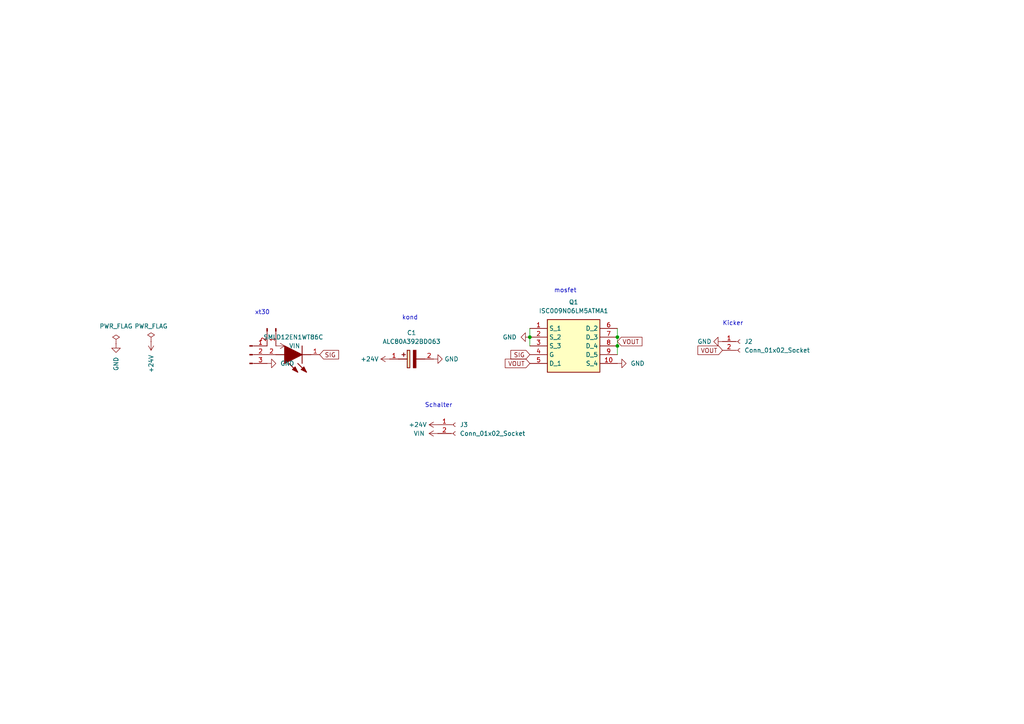
<source format=kicad_sch>
(kicad_sch
	(version 20231120)
	(generator "eeschema")
	(generator_version "8.0")
	(uuid "ca74f065-f6be-4527-82ff-735f418329d2")
	(paper "A4")
	(title_block
		(title "Kicker PCB")
		(date "2024-08-18")
		(rev "1.0")
		(company "i-bots")
		(comment 1 "Justus Trappmann")
	)
	(lib_symbols
		(symbol "Connector:Conn_01x02_Pin"
			(pin_names
				(offset 1.016) hide)
			(exclude_from_sim no)
			(in_bom yes)
			(on_board yes)
			(property "Reference" "J4"
				(at -0.6351 1.27 90)
				(effects
					(font
						(size 1.27 1.27)
					)
					(justify left)
					(hide yes)
				)
			)
			(property "Value" "Conn_01x02_Pin"
				(at 1.9049 1.27 90)
				(effects
					(font
						(size 1.27 1.27)
					)
					(justify left)
					(hide yes)
				)
			)
			(property "Footprint" "Justus:mp012928"
				(at 0 0 0)
				(effects
					(font
						(size 1.27 1.27)
					)
					(hide yes)
				)
			)
			(property "Datasheet" "~"
				(at 0 0 0)
				(effects
					(font
						(size 1.27 1.27)
					)
					(hide yes)
				)
			)
			(property "Description" "Generic connector, single row, 01x02, script generated"
				(at 0 0 0)
				(effects
					(font
						(size 1.27 1.27)
					)
					(hide yes)
				)
			)
			(property "ki_locked" ""
				(at 0 0 0)
				(effects
					(font
						(size 1.27 1.27)
					)
				)
			)
			(property "ki_keywords" "connector"
				(at 0 0 0)
				(effects
					(font
						(size 1.27 1.27)
					)
					(hide yes)
				)
			)
			(property "ki_fp_filters" "Connector*:*_1x??_*"
				(at 0 0 0)
				(effects
					(font
						(size 1.27 1.27)
					)
					(hide yes)
				)
			)
			(symbol "Conn_01x02_Pin_1_1"
				(polyline
					(pts
						(xy 1.27 -2.54) (xy 0.8636 -2.54)
					)
					(stroke
						(width 0.1524)
						(type default)
					)
					(fill
						(type none)
					)
				)
				(polyline
					(pts
						(xy 1.27 0) (xy 0.8636 0)
					)
					(stroke
						(width 0.1524)
						(type default)
					)
					(fill
						(type none)
					)
				)
				(rectangle
					(start 0.8636 -2.413)
					(end 0 -2.667)
					(stroke
						(width 0.1524)
						(type default)
					)
					(fill
						(type outline)
					)
				)
				(rectangle
					(start 0.8636 0.127)
					(end 0 -0.127)
					(stroke
						(width 0.1524)
						(type default)
					)
					(fill
						(type outline)
					)
				)
				(pin power_out line
					(at 5.08 0 180)
					(length 3.81)
					(name "Pin_1"
						(effects
							(font
								(size 1.27 1.27)
							)
						)
					)
					(number "1"
						(effects
							(font
								(size 1.27 1.27)
							)
						)
					)
				)
				(pin passive line
					(at 5.08 -2.54 180)
					(length 3.81)
					(name "Pin_2"
						(effects
							(font
								(size 1.27 1.27)
							)
						)
					)
					(number "2"
						(effects
							(font
								(size 1.27 1.27)
							)
						)
					)
				)
			)
		)
		(symbol "Connector:Conn_01x02_Socket"
			(pin_names
				(offset 1.016) hide)
			(exclude_from_sim no)
			(in_bom yes)
			(on_board yes)
			(property "Reference" "J"
				(at 0 2.54 0)
				(effects
					(font
						(size 1.27 1.27)
					)
				)
			)
			(property "Value" "Conn_01x02_Socket"
				(at 0 -5.08 0)
				(effects
					(font
						(size 1.27 1.27)
					)
				)
			)
			(property "Footprint" ""
				(at 0 0 0)
				(effects
					(font
						(size 1.27 1.27)
					)
					(hide yes)
				)
			)
			(property "Datasheet" "~"
				(at 0 0 0)
				(effects
					(font
						(size 1.27 1.27)
					)
					(hide yes)
				)
			)
			(property "Description" "Generic connector, single row, 01x02, script generated"
				(at 0 0 0)
				(effects
					(font
						(size 1.27 1.27)
					)
					(hide yes)
				)
			)
			(property "ki_locked" ""
				(at 0 0 0)
				(effects
					(font
						(size 1.27 1.27)
					)
				)
			)
			(property "ki_keywords" "connector"
				(at 0 0 0)
				(effects
					(font
						(size 1.27 1.27)
					)
					(hide yes)
				)
			)
			(property "ki_fp_filters" "Connector*:*_1x??_*"
				(at 0 0 0)
				(effects
					(font
						(size 1.27 1.27)
					)
					(hide yes)
				)
			)
			(symbol "Conn_01x02_Socket_1_1"
				(arc
					(start 0 -2.032)
					(mid -0.5058 -2.54)
					(end 0 -3.048)
					(stroke
						(width 0.1524)
						(type default)
					)
					(fill
						(type none)
					)
				)
				(polyline
					(pts
						(xy -1.27 -2.54) (xy -0.508 -2.54)
					)
					(stroke
						(width 0.1524)
						(type default)
					)
					(fill
						(type none)
					)
				)
				(polyline
					(pts
						(xy -1.27 0) (xy -0.508 0)
					)
					(stroke
						(width 0.1524)
						(type default)
					)
					(fill
						(type none)
					)
				)
				(arc
					(start 0 0.508)
					(mid -0.5058 0)
					(end 0 -0.508)
					(stroke
						(width 0.1524)
						(type default)
					)
					(fill
						(type none)
					)
				)
				(pin passive line
					(at -5.08 0 0)
					(length 3.81)
					(name "Pin_1"
						(effects
							(font
								(size 1.27 1.27)
							)
						)
					)
					(number "1"
						(effects
							(font
								(size 1.27 1.27)
							)
						)
					)
				)
				(pin passive line
					(at -5.08 -2.54 0)
					(length 3.81)
					(name "Pin_2"
						(effects
							(font
								(size 1.27 1.27)
							)
						)
					)
					(number "2"
						(effects
							(font
								(size 1.27 1.27)
							)
						)
					)
				)
			)
		)
		(symbol "Connector:Conn_01x03_Pin"
			(pin_names
				(offset 1.016) hide)
			(exclude_from_sim no)
			(in_bom yes)
			(on_board yes)
			(property "Reference" "J"
				(at 0 5.08 0)
				(effects
					(font
						(size 1.27 1.27)
					)
				)
			)
			(property "Value" "Conn_01x03_Pin"
				(at 0 -5.08 0)
				(effects
					(font
						(size 1.27 1.27)
					)
				)
			)
			(property "Footprint" ""
				(at 0 0 0)
				(effects
					(font
						(size 1.27 1.27)
					)
					(hide yes)
				)
			)
			(property "Datasheet" "~"
				(at 0 0 0)
				(effects
					(font
						(size 1.27 1.27)
					)
					(hide yes)
				)
			)
			(property "Description" "Generic connector, single row, 01x03, script generated"
				(at 0 0 0)
				(effects
					(font
						(size 1.27 1.27)
					)
					(hide yes)
				)
			)
			(property "ki_locked" ""
				(at 0 0 0)
				(effects
					(font
						(size 1.27 1.27)
					)
				)
			)
			(property "ki_keywords" "connector"
				(at 0 0 0)
				(effects
					(font
						(size 1.27 1.27)
					)
					(hide yes)
				)
			)
			(property "ki_fp_filters" "Connector*:*_1x??_*"
				(at 0 0 0)
				(effects
					(font
						(size 1.27 1.27)
					)
					(hide yes)
				)
			)
			(symbol "Conn_01x03_Pin_1_1"
				(polyline
					(pts
						(xy 1.27 -2.54) (xy 0.8636 -2.54)
					)
					(stroke
						(width 0.1524)
						(type default)
					)
					(fill
						(type none)
					)
				)
				(polyline
					(pts
						(xy 1.27 0) (xy 0.8636 0)
					)
					(stroke
						(width 0.1524)
						(type default)
					)
					(fill
						(type none)
					)
				)
				(polyline
					(pts
						(xy 1.27 2.54) (xy 0.8636 2.54)
					)
					(stroke
						(width 0.1524)
						(type default)
					)
					(fill
						(type none)
					)
				)
				(rectangle
					(start 0.8636 -2.413)
					(end 0 -2.667)
					(stroke
						(width 0.1524)
						(type default)
					)
					(fill
						(type outline)
					)
				)
				(rectangle
					(start 0.8636 0.127)
					(end 0 -0.127)
					(stroke
						(width 0.1524)
						(type default)
					)
					(fill
						(type outline)
					)
				)
				(rectangle
					(start 0.8636 2.667)
					(end 0 2.413)
					(stroke
						(width 0.1524)
						(type default)
					)
					(fill
						(type outline)
					)
				)
				(pin passive line
					(at 5.08 2.54 180)
					(length 3.81)
					(name "Pin_1"
						(effects
							(font
								(size 1.27 1.27)
							)
						)
					)
					(number "1"
						(effects
							(font
								(size 1.27 1.27)
							)
						)
					)
				)
				(pin passive line
					(at 5.08 0 180)
					(length 3.81)
					(name "Pin_2"
						(effects
							(font
								(size 1.27 1.27)
							)
						)
					)
					(number "2"
						(effects
							(font
								(size 1.27 1.27)
							)
						)
					)
				)
				(pin passive line
					(at 5.08 -2.54 180)
					(length 3.81)
					(name "Pin_3"
						(effects
							(font
								(size 1.27 1.27)
							)
						)
					)
					(number "3"
						(effects
							(font
								(size 1.27 1.27)
							)
						)
					)
				)
			)
		)
		(symbol "libloader:ALC80A392BD063"
			(pin_names hide)
			(exclude_from_sim no)
			(in_bom yes)
			(on_board yes)
			(property "Reference" "C"
				(at 8.89 6.35 0)
				(effects
					(font
						(size 1.27 1.27)
					)
					(justify left top)
				)
			)
			(property "Value" "ALC80A392BD063"
				(at 8.89 3.81 0)
				(effects
					(font
						(size 1.27 1.27)
					)
					(justify left top)
				)
			)
			(property "Footprint" "CAPPRD1000W210D2550H4200"
				(at 8.89 -96.19 0)
				(effects
					(font
						(size 1.27 1.27)
					)
					(justify left top)
					(hide yes)
				)
			)
			(property "Datasheet" "https://content.kemet.com/datasheets/KEM_A4082_ALC80.pdf"
				(at 8.89 -196.19 0)
				(effects
					(font
						(size 1.27 1.27)
					)
					(justify left top)
					(hide yes)
				)
			)
			(property "Description" "ALC80, Aluminum, Aluminum Electrolytic, 3,900 uF, 20%, 63 VDC, -40/+105C, 105C, -40C, 105C, 2, 6,000 Hrs, 71.9 mOhms, 3.9522, 737.1 uA, 35 g, 25mm, 40mm, 10mm, 6.3mm, 156  Weeks"
				(at 0 0 0)
				(effects
					(font
						(size 1.27 1.27)
					)
					(hide yes)
				)
			)
			(property "Height" "42"
				(at 8.89 -396.19 0)
				(effects
					(font
						(size 1.27 1.27)
					)
					(justify left top)
					(hide yes)
				)
			)
			(property "Manufacturer_Name" "KEMET"
				(at 8.89 -496.19 0)
				(effects
					(font
						(size 1.27 1.27)
					)
					(justify left top)
					(hide yes)
				)
			)
			(property "Manufacturer_Part_Number" "ALC80A392BD063"
				(at 8.89 -596.19 0)
				(effects
					(font
						(size 1.27 1.27)
					)
					(justify left top)
					(hide yes)
				)
			)
			(property "Mouser Part Number" "80-ALC80A392BD063"
				(at 8.89 -696.19 0)
				(effects
					(font
						(size 1.27 1.27)
					)
					(justify left top)
					(hide yes)
				)
			)
			(property "Mouser Price/Stock" "https://www.mouser.co.uk/ProductDetail/KEMET/ALC80A392BD063?qs=PqoDHHvF64%2FYoaYZX3I1YQ%3D%3D"
				(at 8.89 -796.19 0)
				(effects
					(font
						(size 1.27 1.27)
					)
					(justify left top)
					(hide yes)
				)
			)
			(property "Arrow Part Number" ""
				(at 8.89 -896.19 0)
				(effects
					(font
						(size 1.27 1.27)
					)
					(justify left top)
					(hide yes)
				)
			)
			(property "Arrow Price/Stock" ""
				(at 8.89 -996.19 0)
				(effects
					(font
						(size 1.27 1.27)
					)
					(justify left top)
					(hide yes)
				)
			)
			(symbol "ALC80A392BD063_1_1"
				(polyline
					(pts
						(xy 2.54 0) (xy 5.08 0)
					)
					(stroke
						(width 0.254)
						(type default)
					)
					(fill
						(type none)
					)
				)
				(polyline
					(pts
						(xy 4.064 1.778) (xy 4.064 0.762)
					)
					(stroke
						(width 0.254)
						(type default)
					)
					(fill
						(type none)
					)
				)
				(polyline
					(pts
						(xy 4.572 1.27) (xy 3.556 1.27)
					)
					(stroke
						(width 0.254)
						(type default)
					)
					(fill
						(type none)
					)
				)
				(polyline
					(pts
						(xy 7.62 0) (xy 10.16 0)
					)
					(stroke
						(width 0.254)
						(type default)
					)
					(fill
						(type none)
					)
				)
				(polyline
					(pts
						(xy 7.62 2.54) (xy 7.62 -2.54) (xy 6.858 -2.54) (xy 6.858 2.54) (xy 7.62 2.54)
					)
					(stroke
						(width 0.254)
						(type default)
					)
					(fill
						(type outline)
					)
				)
				(rectangle
					(start 5.08 2.54)
					(end 5.842 -2.54)
					(stroke
						(width 0.254)
						(type default)
					)
					(fill
						(type background)
					)
				)
				(pin passive line
					(at 0 0 0)
					(length 2.54)
					(name "+"
						(effects
							(font
								(size 1.27 1.27)
							)
						)
					)
					(number "1"
						(effects
							(font
								(size 1.27 1.27)
							)
						)
					)
				)
				(pin passive line
					(at 12.7 0 180)
					(length 2.54)
					(name "-"
						(effects
							(font
								(size 1.27 1.27)
							)
						)
					)
					(number "2"
						(effects
							(font
								(size 1.27 1.27)
							)
						)
					)
				)
			)
		)
		(symbol "libloader:ISC009N06LM5ATMA1"
			(exclude_from_sim no)
			(in_bom yes)
			(on_board yes)
			(property "Reference" "Q"
				(at 21.59 7.62 0)
				(effects
					(font
						(size 1.27 1.27)
					)
					(justify left top)
				)
			)
			(property "Value" "ISC009N06LM5ATMA1"
				(at 21.59 5.08 0)
				(effects
					(font
						(size 1.27 1.27)
					)
					(justify left top)
				)
			)
			(property "Footprint" "BSC021N08NS5ATMA1"
				(at 21.59 -94.92 0)
				(effects
					(font
						(size 1.27 1.27)
					)
					(justify left top)
					(hide yes)
				)
			)
			(property "Datasheet" "https://componentsearchengine.com/Datasheets/2/ISC009N06LM5ATMA1.pdf"
				(at 21.59 -194.92 0)
				(effects
					(font
						(size 1.27 1.27)
					)
					(justify left top)
					(hide yes)
				)
			)
			(property "Description" "MOSFET TRENCH 40<-<100V"
				(at 0 0 0)
				(effects
					(font
						(size 1.27 1.27)
					)
					(hide yes)
				)
			)
			(property "Height" "1.1"
				(at 21.59 -394.92 0)
				(effects
					(font
						(size 1.27 1.27)
					)
					(justify left top)
					(hide yes)
				)
			)
			(property "Manufacturer_Name" "Infineon"
				(at 21.59 -494.92 0)
				(effects
					(font
						(size 1.27 1.27)
					)
					(justify left top)
					(hide yes)
				)
			)
			(property "Manufacturer_Part_Number" "ISC009N06LM5ATMA1"
				(at 21.59 -594.92 0)
				(effects
					(font
						(size 1.27 1.27)
					)
					(justify left top)
					(hide yes)
				)
			)
			(property "Mouser Part Number" "726-ISC009N06LM5ATMA"
				(at 21.59 -694.92 0)
				(effects
					(font
						(size 1.27 1.27)
					)
					(justify left top)
					(hide yes)
				)
			)
			(property "Mouser Price/Stock" "https://www.mouser.co.uk/ProductDetail/Infineon-Technologies/ISC009N06LM5ATMA1?qs=iLbezkQI%252BshOGzzxjkYltw%3D%3D"
				(at 21.59 -794.92 0)
				(effects
					(font
						(size 1.27 1.27)
					)
					(justify left top)
					(hide yes)
				)
			)
			(property "Arrow Part Number" ""
				(at 21.59 -894.92 0)
				(effects
					(font
						(size 1.27 1.27)
					)
					(justify left top)
					(hide yes)
				)
			)
			(property "Arrow Price/Stock" ""
				(at 21.59 -994.92 0)
				(effects
					(font
						(size 1.27 1.27)
					)
					(justify left top)
					(hide yes)
				)
			)
			(symbol "ISC009N06LM5ATMA1_1_1"
				(rectangle
					(start 5.08 2.54)
					(end 20.32 -12.7)
					(stroke
						(width 0.254)
						(type default)
					)
					(fill
						(type background)
					)
				)
				(pin passive line
					(at 0 0 0)
					(length 5.08)
					(name "S_1"
						(effects
							(font
								(size 1.27 1.27)
							)
						)
					)
					(number "1"
						(effects
							(font
								(size 1.27 1.27)
							)
						)
					)
				)
				(pin passive line
					(at 25.4 -10.16 180)
					(length 5.08)
					(name "S_4"
						(effects
							(font
								(size 1.27 1.27)
							)
						)
					)
					(number "10"
						(effects
							(font
								(size 1.27 1.27)
							)
						)
					)
				)
				(pin passive line
					(at 0 -2.54 0)
					(length 5.08)
					(name "S_2"
						(effects
							(font
								(size 1.27 1.27)
							)
						)
					)
					(number "2"
						(effects
							(font
								(size 1.27 1.27)
							)
						)
					)
				)
				(pin passive line
					(at 0 -5.08 0)
					(length 5.08)
					(name "S_3"
						(effects
							(font
								(size 1.27 1.27)
							)
						)
					)
					(number "3"
						(effects
							(font
								(size 1.27 1.27)
							)
						)
					)
				)
				(pin passive line
					(at 0 -7.62 0)
					(length 5.08)
					(name "G"
						(effects
							(font
								(size 1.27 1.27)
							)
						)
					)
					(number "4"
						(effects
							(font
								(size 1.27 1.27)
							)
						)
					)
				)
				(pin passive line
					(at 0 -10.16 0)
					(length 5.08)
					(name "D_1"
						(effects
							(font
								(size 1.27 1.27)
							)
						)
					)
					(number "5"
						(effects
							(font
								(size 1.27 1.27)
							)
						)
					)
				)
				(pin passive line
					(at 25.4 0 180)
					(length 5.08)
					(name "D_2"
						(effects
							(font
								(size 1.27 1.27)
							)
						)
					)
					(number "6"
						(effects
							(font
								(size 1.27 1.27)
							)
						)
					)
				)
				(pin passive line
					(at 25.4 -2.54 180)
					(length 5.08)
					(name "D_3"
						(effects
							(font
								(size 1.27 1.27)
							)
						)
					)
					(number "7"
						(effects
							(font
								(size 1.27 1.27)
							)
						)
					)
				)
				(pin passive line
					(at 25.4 -5.08 180)
					(length 5.08)
					(name "D_4"
						(effects
							(font
								(size 1.27 1.27)
							)
						)
					)
					(number "8"
						(effects
							(font
								(size 1.27 1.27)
							)
						)
					)
				)
				(pin passive line
					(at 25.4 -7.62 180)
					(length 5.08)
					(name "D_5"
						(effects
							(font
								(size 1.27 1.27)
							)
						)
					)
					(number "9"
						(effects
							(font
								(size 1.27 1.27)
							)
						)
					)
				)
			)
		)
		(symbol "libloader:SMLD12EN1WT86C"
			(pin_names hide)
			(exclude_from_sim no)
			(in_bom yes)
			(on_board yes)
			(property "Reference" "LED"
				(at 12.7 8.89 0)
				(effects
					(font
						(size 1.27 1.27)
					)
					(justify left bottom)
				)
			)
			(property "Value" "SMLD12EN1WT86C"
				(at 12.7 6.35 0)
				(effects
					(font
						(size 1.27 1.27)
					)
					(justify left bottom)
				)
			)
			(property "Footprint" "SMLD12EN1WT86C"
				(at 12.7 -93.65 0)
				(effects
					(font
						(size 1.27 1.27)
					)
					(justify left bottom)
					(hide yes)
				)
			)
			(property "Datasheet" "https://fscdn.rohm.com/en/products/databook/datasheet/opto/led/chip_mono/smld12en1wt86(c)-e.pdf"
				(at 12.7 -193.65 0)
				(effects
					(font
						(size 1.27 1.27)
					)
					(justify left bottom)
					(hide yes)
				)
			)
			(property "Description" "Green 527nm LED Indication - Discrete 3V 0603 (1608 Metric) "
				(at 0 0 0)
				(effects
					(font
						(size 1.27 1.27)
					)
					(hide yes)
				)
			)
			(property "Height" "0.65"
				(at 12.7 -393.65 0)
				(effects
					(font
						(size 1.27 1.27)
					)
					(justify left bottom)
					(hide yes)
				)
			)
			(property "Manufacturer_Name" "ROHM Semiconductor"
				(at 12.7 -493.65 0)
				(effects
					(font
						(size 1.27 1.27)
					)
					(justify left bottom)
					(hide yes)
				)
			)
			(property "Manufacturer_Part_Number" "SMLD12EN1WT86C"
				(at 12.7 -593.65 0)
				(effects
					(font
						(size 1.27 1.27)
					)
					(justify left bottom)
					(hide yes)
				)
			)
			(property "Mouser Part Number" "755-SMLD12EN1WT86C"
				(at 12.7 -693.65 0)
				(effects
					(font
						(size 1.27 1.27)
					)
					(justify left bottom)
					(hide yes)
				)
			)
			(property "Mouser Price/Stock" "https://www.mouser.co.uk/ProductDetail/ROHM-Semiconductor/SMLD12EN1WT86C?qs=Z%252BL2brAPG1KJHKBIKSy7wg%3D%3D"
				(at 12.7 -793.65 0)
				(effects
					(font
						(size 1.27 1.27)
					)
					(justify left bottom)
					(hide yes)
				)
			)
			(property "Arrow Part Number" ""
				(at 12.7 -893.65 0)
				(effects
					(font
						(size 1.27 1.27)
					)
					(justify left bottom)
					(hide yes)
				)
			)
			(property "Arrow Price/Stock" ""
				(at 12.7 -993.65 0)
				(effects
					(font
						(size 1.27 1.27)
					)
					(justify left bottom)
					(hide yes)
				)
			)
			(symbol "SMLD12EN1WT86C_1_1"
				(polyline
					(pts
						(xy 2.54 0) (xy 5.08 0)
					)
					(stroke
						(width 0.254)
						(type default)
					)
					(fill
						(type none)
					)
				)
				(polyline
					(pts
						(xy 5.08 2.54) (xy 5.08 -2.54)
					)
					(stroke
						(width 0.254)
						(type default)
					)
					(fill
						(type none)
					)
				)
				(polyline
					(pts
						(xy 6.35 2.54) (xy 3.81 5.08)
					)
					(stroke
						(width 0.254)
						(type default)
					)
					(fill
						(type none)
					)
				)
				(polyline
					(pts
						(xy 8.89 2.54) (xy 6.35 5.08)
					)
					(stroke
						(width 0.254)
						(type default)
					)
					(fill
						(type none)
					)
				)
				(polyline
					(pts
						(xy 10.16 0) (xy 12.7 0)
					)
					(stroke
						(width 0.254)
						(type default)
					)
					(fill
						(type none)
					)
				)
				(polyline
					(pts
						(xy 5.08 0) (xy 10.16 2.54) (xy 10.16 -2.54) (xy 5.08 0)
					)
					(stroke
						(width 0.254)
						(type default)
					)
					(fill
						(type outline)
					)
				)
				(polyline
					(pts
						(xy 5.334 4.318) (xy 4.572 3.556) (xy 3.81 5.08) (xy 5.334 4.318)
					)
					(stroke
						(width 0.254)
						(type default)
					)
					(fill
						(type outline)
					)
				)
				(polyline
					(pts
						(xy 7.874 4.318) (xy 7.112 3.556) (xy 6.35 5.08) (xy 7.874 4.318)
					)
					(stroke
						(width 0.254)
						(type default)
					)
					(fill
						(type outline)
					)
				)
				(pin passive line
					(at 0 0 0)
					(length 2.54)
					(name "K"
						(effects
							(font
								(size 1.27 1.27)
							)
						)
					)
					(number "1"
						(effects
							(font
								(size 1.27 1.27)
							)
						)
					)
				)
				(pin passive line
					(at 15.24 0 180)
					(length 2.54)
					(name "A"
						(effects
							(font
								(size 1.27 1.27)
							)
						)
					)
					(number "2"
						(effects
							(font
								(size 1.27 1.27)
							)
						)
					)
				)
			)
		)
		(symbol "power:+24V"
			(power)
			(pin_names
				(offset 0)
			)
			(exclude_from_sim no)
			(in_bom yes)
			(on_board yes)
			(property "Reference" "#PWR"
				(at 0 -3.81 0)
				(effects
					(font
						(size 1.27 1.27)
					)
					(hide yes)
				)
			)
			(property "Value" "+24V"
				(at 0 3.556 0)
				(effects
					(font
						(size 1.27 1.27)
					)
				)
			)
			(property "Footprint" ""
				(at 0 0 0)
				(effects
					(font
						(size 1.27 1.27)
					)
					(hide yes)
				)
			)
			(property "Datasheet" ""
				(at 0 0 0)
				(effects
					(font
						(size 1.27 1.27)
					)
					(hide yes)
				)
			)
			(property "Description" "Power symbol creates a global label with name \"+24V\""
				(at 0 0 0)
				(effects
					(font
						(size 1.27 1.27)
					)
					(hide yes)
				)
			)
			(property "ki_keywords" "global power"
				(at 0 0 0)
				(effects
					(font
						(size 1.27 1.27)
					)
					(hide yes)
				)
			)
			(symbol "+24V_0_1"
				(polyline
					(pts
						(xy -0.762 1.27) (xy 0 2.54)
					)
					(stroke
						(width 0)
						(type default)
					)
					(fill
						(type none)
					)
				)
				(polyline
					(pts
						(xy 0 0) (xy 0 2.54)
					)
					(stroke
						(width 0)
						(type default)
					)
					(fill
						(type none)
					)
				)
				(polyline
					(pts
						(xy 0 2.54) (xy 0.762 1.27)
					)
					(stroke
						(width 0)
						(type default)
					)
					(fill
						(type none)
					)
				)
			)
			(symbol "+24V_1_1"
				(pin power_in line
					(at 0 0 90)
					(length 0) hide
					(name "+24V"
						(effects
							(font
								(size 1.27 1.27)
							)
						)
					)
					(number "1"
						(effects
							(font
								(size 1.27 1.27)
							)
						)
					)
				)
			)
		)
		(symbol "power:GND"
			(power)
			(pin_names
				(offset 0)
			)
			(exclude_from_sim no)
			(in_bom yes)
			(on_board yes)
			(property "Reference" "#PWR"
				(at 0 -6.35 0)
				(effects
					(font
						(size 1.27 1.27)
					)
					(hide yes)
				)
			)
			(property "Value" "GND"
				(at 0 -3.81 0)
				(effects
					(font
						(size 1.27 1.27)
					)
				)
			)
			(property "Footprint" ""
				(at 0 0 0)
				(effects
					(font
						(size 1.27 1.27)
					)
					(hide yes)
				)
			)
			(property "Datasheet" ""
				(at 0 0 0)
				(effects
					(font
						(size 1.27 1.27)
					)
					(hide yes)
				)
			)
			(property "Description" "Power symbol creates a global label with name \"GND\" , ground"
				(at 0 0 0)
				(effects
					(font
						(size 1.27 1.27)
					)
					(hide yes)
				)
			)
			(property "ki_keywords" "global power"
				(at 0 0 0)
				(effects
					(font
						(size 1.27 1.27)
					)
					(hide yes)
				)
			)
			(symbol "GND_0_1"
				(polyline
					(pts
						(xy 0 0) (xy 0 -1.27) (xy 1.27 -1.27) (xy 0 -2.54) (xy -1.27 -1.27) (xy 0 -1.27)
					)
					(stroke
						(width 0)
						(type default)
					)
					(fill
						(type none)
					)
				)
			)
			(symbol "GND_1_1"
				(pin power_in line
					(at 0 0 270)
					(length 0) hide
					(name "GND"
						(effects
							(font
								(size 1.27 1.27)
							)
						)
					)
					(number "1"
						(effects
							(font
								(size 1.27 1.27)
							)
						)
					)
				)
			)
		)
		(symbol "power:PWR_FLAG"
			(power)
			(pin_numbers hide)
			(pin_names
				(offset 0) hide)
			(exclude_from_sim no)
			(in_bom yes)
			(on_board yes)
			(property "Reference" "#FLG"
				(at 0 1.905 0)
				(effects
					(font
						(size 1.27 1.27)
					)
					(hide yes)
				)
			)
			(property "Value" "PWR_FLAG"
				(at 0 3.81 0)
				(effects
					(font
						(size 1.27 1.27)
					)
				)
			)
			(property "Footprint" ""
				(at 0 0 0)
				(effects
					(font
						(size 1.27 1.27)
					)
					(hide yes)
				)
			)
			(property "Datasheet" "~"
				(at 0 0 0)
				(effects
					(font
						(size 1.27 1.27)
					)
					(hide yes)
				)
			)
			(property "Description" "Special symbol for telling ERC where power comes from"
				(at 0 0 0)
				(effects
					(font
						(size 1.27 1.27)
					)
					(hide yes)
				)
			)
			(property "ki_keywords" "flag power"
				(at 0 0 0)
				(effects
					(font
						(size 1.27 1.27)
					)
					(hide yes)
				)
			)
			(symbol "PWR_FLAG_0_0"
				(pin power_out line
					(at 0 0 90)
					(length 0)
					(name "pwr"
						(effects
							(font
								(size 1.27 1.27)
							)
						)
					)
					(number "1"
						(effects
							(font
								(size 1.27 1.27)
							)
						)
					)
				)
			)
			(symbol "PWR_FLAG_0_1"
				(polyline
					(pts
						(xy 0 0) (xy 0 1.27) (xy -1.016 1.905) (xy 0 2.54) (xy 1.016 1.905) (xy 0 1.27)
					)
					(stroke
						(width 0)
						(type default)
					)
					(fill
						(type none)
					)
				)
			)
		)
	)
	(junction
		(at 179.07 97.79)
		(diameter 0)
		(color 0 0 0 0)
		(uuid "6571c4fb-3247-42cf-8675-10a28d92708d")
	)
	(junction
		(at 153.67 97.79)
		(diameter 0)
		(color 0 0 0 0)
		(uuid "c012dcbf-be9b-46fc-b506-553ec4d23fb0")
	)
	(junction
		(at 179.07 100.33)
		(diameter 0)
		(color 0 0 0 0)
		(uuid "c5234599-ea69-443f-9861-22ddecd14843")
	)
	(wire
		(pts
			(xy 153.67 97.79) (xy 153.67 100.33)
		)
		(stroke
			(width 0)
			(type default)
		)
		(uuid "3d39f248-25ca-49a6-bbc0-1bae546e0491")
	)
	(wire
		(pts
			(xy 179.07 97.79) (xy 179.07 100.33)
		)
		(stroke
			(width 0)
			(type default)
		)
		(uuid "5ccac723-410a-4adb-b36b-acf244a58403")
	)
	(wire
		(pts
			(xy 179.07 100.33) (xy 179.07 102.87)
		)
		(stroke
			(width 0)
			(type default)
		)
		(uuid "6a0c6eab-ca36-473c-b54d-dc3203e6604a")
	)
	(wire
		(pts
			(xy 153.67 95.25) (xy 153.67 97.79)
		)
		(stroke
			(width 0)
			(type default)
		)
		(uuid "b97bc248-ec4e-482f-9940-9d5ad78b5e56")
	)
	(wire
		(pts
			(xy 179.07 95.25) (xy 179.07 97.79)
		)
		(stroke
			(width 0)
			(type default)
		)
		(uuid "ed2dc5d4-fbf9-4439-ad2c-21322cbc6bc4")
	)
	(text "Kicker"
		(exclude_from_sim no)
		(at 209.55 94.615 0)
		(effects
			(font
				(size 1.27 1.27)
			)
			(justify left bottom)
		)
		(uuid "1d3d899b-3245-4e8f-8f7e-2782910f438a")
	)
	(text "xt30"
		(exclude_from_sim no)
		(at 73.914 91.44 0)
		(effects
			(font
				(size 1.27 1.27)
			)
			(justify left bottom)
		)
		(uuid "9e413f28-b122-4912-9226-5eb14bd1e7d0")
	)
	(text "kond\n"
		(exclude_from_sim no)
		(at 116.586 92.964 0)
		(effects
			(font
				(size 1.27 1.27)
			)
			(justify left bottom)
		)
		(uuid "d14257ec-e88b-4475-b198-3d3f419614c4")
	)
	(text "mosfet"
		(exclude_from_sim no)
		(at 160.655 85.09 0)
		(effects
			(font
				(size 1.27 1.27)
			)
			(justify left bottom)
		)
		(uuid "dc6c9f5a-28b8-4d3e-bcfe-9adb55e22a56")
	)
	(text "Schalter"
		(exclude_from_sim no)
		(at 123.19 118.364 0)
		(effects
			(font
				(size 1.27 1.27)
			)
			(justify left bottom)
		)
		(uuid "e43e7c32-0b6b-4a95-a153-f145d5a160b9")
	)
	(global_label "VOUT"
		(shape input)
		(at 179.07 99.06 0)
		(fields_autoplaced yes)
		(effects
			(font
				(size 1.27 1.27)
			)
			(justify left)
		)
		(uuid "0ec4e06f-5058-4a92-b492-e10c72e2c5d3")
		(property "Intersheetrefs" "${INTERSHEET_REFS}"
			(at 186.7724 99.06 0)
			(effects
				(font
					(size 1.27 1.27)
				)
				(justify left)
				(hide yes)
			)
		)
	)
	(global_label "VOUT"
		(shape input)
		(at 209.55 101.6 180)
		(fields_autoplaced yes)
		(effects
			(font
				(size 1.27 1.27)
			)
			(justify right)
		)
		(uuid "8f3a3f96-9639-4336-b0af-f37bd6e2b77c")
		(property "Intersheetrefs" "${INTERSHEET_REFS}"
			(at 201.8476 101.6 0)
			(effects
				(font
					(size 1.27 1.27)
				)
				(justify right)
				(hide yes)
			)
		)
	)
	(global_label "VOUT"
		(shape input)
		(at 153.67 105.41 180)
		(fields_autoplaced yes)
		(effects
			(font
				(size 1.27 1.27)
			)
			(justify right)
		)
		(uuid "bba83fb1-9683-423d-aed3-1a6287f6edbd")
		(property "Intersheetrefs" "${INTERSHEET_REFS}"
			(at 145.9676 105.41 0)
			(effects
				(font
					(size 1.27 1.27)
				)
				(justify right)
				(hide yes)
			)
		)
	)
	(global_label "SIG"
		(shape input)
		(at 153.67 102.87 180)
		(fields_autoplaced yes)
		(effects
			(font
				(size 1.27 1.27)
			)
			(justify right)
		)
		(uuid "c853f8f5-9e8a-4aa0-97d8-04a633cd7795")
		(property "Intersheetrefs" "${INTERSHEET_REFS}"
			(at 147.6005 102.87 0)
			(effects
				(font
					(size 1.27 1.27)
				)
				(justify right)
				(hide yes)
			)
		)
	)
	(global_label "SIG"
		(shape input)
		(at 92.71 102.87 0)
		(fields_autoplaced yes)
		(effects
			(font
				(size 1.27 1.27)
			)
			(justify left)
		)
		(uuid "d9e03bce-012b-4895-aafd-4b2b56d25252")
		(property "Intersheetrefs" "${INTERSHEET_REFS}"
			(at 98.7795 102.87 0)
			(effects
				(font
					(size 1.27 1.27)
				)
				(justify left)
				(hide yes)
			)
		)
	)
	(symbol
		(lib_id "power:+24V")
		(at 127 123.19 90)
		(unit 1)
		(exclude_from_sim no)
		(in_bom yes)
		(on_board yes)
		(dnp no)
		(fields_autoplaced yes)
		(uuid "0337ae49-c0a4-4948-ab35-6d272245c07c")
		(property "Reference" "#PWR011"
			(at 130.81 123.19 0)
			(effects
				(font
					(size 1.27 1.27)
				)
				(hide yes)
			)
		)
		(property "Value" "+24V"
			(at 123.825 123.19 90)
			(effects
				(font
					(size 1.27 1.27)
				)
				(justify left)
			)
		)
		(property "Footprint" ""
			(at 127 123.19 0)
			(effects
				(font
					(size 1.27 1.27)
				)
				(hide yes)
			)
		)
		(property "Datasheet" ""
			(at 127 123.19 0)
			(effects
				(font
					(size 1.27 1.27)
				)
				(hide yes)
			)
		)
		(property "Description" ""
			(at 127 123.19 0)
			(effects
				(font
					(size 1.27 1.27)
				)
				(hide yes)
			)
		)
		(pin "1"
			(uuid "f247178b-d432-4c58-9b06-3d33288b8458")
		)
		(instances
			(project "kicker"
				(path "/ca74f065-f6be-4527-82ff-735f418329d2"
					(reference "#PWR011")
					(unit 1)
				)
			)
		)
	)
	(symbol
		(lib_id "power:GND")
		(at 77.47 105.41 90)
		(unit 1)
		(exclude_from_sim no)
		(in_bom yes)
		(on_board yes)
		(dnp no)
		(fields_autoplaced yes)
		(uuid "0f619aba-b2a1-4741-b5dd-53797bdf82bf")
		(property "Reference" "#PWR02"
			(at 83.82 105.41 0)
			(effects
				(font
					(size 1.27 1.27)
				)
				(hide yes)
			)
		)
		(property "Value" "GND"
			(at 81.28 105.41 90)
			(effects
				(font
					(size 1.27 1.27)
				)
				(justify right)
			)
		)
		(property "Footprint" ""
			(at 77.47 105.41 0)
			(effects
				(font
					(size 1.27 1.27)
				)
				(hide yes)
			)
		)
		(property "Datasheet" ""
			(at 77.47 105.41 0)
			(effects
				(font
					(size 1.27 1.27)
				)
				(hide yes)
			)
		)
		(property "Description" ""
			(at 77.47 105.41 0)
			(effects
				(font
					(size 1.27 1.27)
				)
				(hide yes)
			)
		)
		(pin "1"
			(uuid "f86af945-80e0-4cea-b3cb-500a0d23e597")
		)
		(instances
			(project "kicker"
				(path "/ca74f065-f6be-4527-82ff-735f418329d2"
					(reference "#PWR02")
					(unit 1)
				)
			)
		)
	)
	(symbol
		(lib_id "power:PWR_FLAG")
		(at 43.815 99.06 0)
		(unit 1)
		(exclude_from_sim no)
		(in_bom yes)
		(on_board yes)
		(dnp no)
		(fields_autoplaced yes)
		(uuid "0f882465-5ada-4562-be24-041413854789")
		(property "Reference" "#FLG02"
			(at 43.815 97.155 0)
			(effects
				(font
					(size 1.27 1.27)
				)
				(hide yes)
			)
		)
		(property "Value" "PWR_FLAG"
			(at 43.815 94.615 0)
			(effects
				(font
					(size 1.27 1.27)
				)
			)
		)
		(property "Footprint" ""
			(at 43.815 99.06 0)
			(effects
				(font
					(size 1.27 1.27)
				)
				(hide yes)
			)
		)
		(property "Datasheet" "~"
			(at 43.815 99.06 0)
			(effects
				(font
					(size 1.27 1.27)
				)
				(hide yes)
			)
		)
		(property "Description" ""
			(at 43.815 99.06 0)
			(effects
				(font
					(size 1.27 1.27)
				)
				(hide yes)
			)
		)
		(pin "1"
			(uuid "c00edd45-0315-4240-82ee-6850a6ea3801")
		)
		(instances
			(project "kicker"
				(path "/ca74f065-f6be-4527-82ff-735f418329d2"
					(reference "#FLG02")
					(unit 1)
				)
			)
		)
	)
	(symbol
		(lib_id "power:+24V")
		(at 113.03 104.14 90)
		(unit 1)
		(exclude_from_sim no)
		(in_bom yes)
		(on_board yes)
		(dnp no)
		(fields_autoplaced yes)
		(uuid "31aaf756-0373-436d-951f-22ba395edf0b")
		(property "Reference" "#PWR08"
			(at 116.84 104.14 0)
			(effects
				(font
					(size 1.27 1.27)
				)
				(hide yes)
			)
		)
		(property "Value" "+24V"
			(at 109.855 104.14 90)
			(effects
				(font
					(size 1.27 1.27)
				)
				(justify left)
			)
		)
		(property "Footprint" ""
			(at 113.03 104.14 0)
			(effects
				(font
					(size 1.27 1.27)
				)
				(hide yes)
			)
		)
		(property "Datasheet" ""
			(at 113.03 104.14 0)
			(effects
				(font
					(size 1.27 1.27)
				)
				(hide yes)
			)
		)
		(property "Description" ""
			(at 113.03 104.14 0)
			(effects
				(font
					(size 1.27 1.27)
				)
				(hide yes)
			)
		)
		(pin "1"
			(uuid "0a3dd135-875e-4aa6-bc30-10f57fd2ab16")
		)
		(instances
			(project "kicker"
				(path "/ca74f065-f6be-4527-82ff-735f418329d2"
					(reference "#PWR08")
					(unit 1)
				)
			)
		)
	)
	(symbol
		(lib_id "power:PWR_FLAG")
		(at 33.655 99.695 0)
		(unit 1)
		(exclude_from_sim no)
		(in_bom yes)
		(on_board yes)
		(dnp no)
		(uuid "356e7c51-e153-4a0c-9681-de69fa958a21")
		(property "Reference" "#FLG01"
			(at 33.655 97.79 0)
			(effects
				(font
					(size 1.27 1.27)
				)
				(hide yes)
			)
		)
		(property "Value" "PWR_FLAG"
			(at 33.655 94.615 0)
			(effects
				(font
					(size 1.27 1.27)
				)
			)
		)
		(property "Footprint" ""
			(at 33.655 99.695 0)
			(effects
				(font
					(size 1.27 1.27)
				)
				(hide yes)
			)
		)
		(property "Datasheet" "~"
			(at 33.655 99.695 0)
			(effects
				(font
					(size 1.27 1.27)
				)
				(hide yes)
			)
		)
		(property "Description" ""
			(at 33.655 99.695 0)
			(effects
				(font
					(size 1.27 1.27)
				)
				(hide yes)
			)
		)
		(pin "1"
			(uuid "a1ae3073-ffc4-43aa-9a65-00e056251e89")
		)
		(instances
			(project "kicker"
				(path "/ca74f065-f6be-4527-82ff-735f418329d2"
					(reference "#FLG01")
					(unit 1)
				)
			)
		)
	)
	(symbol
		(lib_id "libloader:ISC009N06LM5ATMA1")
		(at 153.67 95.25 0)
		(unit 1)
		(exclude_from_sim no)
		(in_bom yes)
		(on_board yes)
		(dnp no)
		(fields_autoplaced yes)
		(uuid "55c3019b-355e-46b1-83f8-e2c524b81c5d")
		(property "Reference" "Q1"
			(at 166.37 87.63 0)
			(effects
				(font
					(size 1.27 1.27)
				)
			)
		)
		(property "Value" "ISC009N06LM5ATMA1"
			(at 166.37 90.17 0)
			(effects
				(font
					(size 1.27 1.27)
				)
			)
		)
		(property "Footprint" "libloader:BSC021N08NS5ATMA1"
			(at 175.26 190.17 0)
			(effects
				(font
					(size 1.27 1.27)
				)
				(justify left top)
				(hide yes)
			)
		)
		(property "Datasheet" "https://componentsearchengine.com/Datasheets/2/ISC009N06LM5ATMA1.pdf"
			(at 175.26 290.17 0)
			(effects
				(font
					(size 1.27 1.27)
				)
				(justify left top)
				(hide yes)
			)
		)
		(property "Description" ""
			(at 153.67 95.25 0)
			(effects
				(font
					(size 1.27 1.27)
				)
				(hide yes)
			)
		)
		(property "Height" "1.1"
			(at 175.26 490.17 0)
			(effects
				(font
					(size 1.27 1.27)
				)
				(justify left top)
				(hide yes)
			)
		)
		(property "Manufacturer_Name" "Infineon"
			(at 175.26 590.17 0)
			(effects
				(font
					(size 1.27 1.27)
				)
				(justify left top)
				(hide yes)
			)
		)
		(property "Manufacturer_Part_Number" "ISC009N06LM5ATMA1"
			(at 175.26 690.17 0)
			(effects
				(font
					(size 1.27 1.27)
				)
				(justify left top)
				(hide yes)
			)
		)
		(property "Mouser Part Number" "726-ISC009N06LM5ATMA"
			(at 175.26 790.17 0)
			(effects
				(font
					(size 1.27 1.27)
				)
				(justify left top)
				(hide yes)
			)
		)
		(property "Mouser Price/Stock" "https://www.mouser.co.uk/ProductDetail/Infineon-Technologies/ISC009N06LM5ATMA1?qs=iLbezkQI%252BshOGzzxjkYltw%3D%3D"
			(at 175.26 890.17 0)
			(effects
				(font
					(size 1.27 1.27)
				)
				(justify left top)
				(hide yes)
			)
		)
		(property "Arrow Part Number" ""
			(at 175.26 990.17 0)
			(effects
				(font
					(size 1.27 1.27)
				)
				(justify left top)
				(hide yes)
			)
		)
		(property "Arrow Price/Stock" ""
			(at 175.26 1090.17 0)
			(effects
				(font
					(size 1.27 1.27)
				)
				(justify left top)
				(hide yes)
			)
		)
		(pin "3"
			(uuid "34cf2d41-6302-484a-9f30-0b625745d53a")
		)
		(pin "6"
			(uuid "dde56477-c109-4a02-a7a6-c83e821d2bae")
		)
		(pin "8"
			(uuid "dc7add73-74f1-4595-ab17-45ebce58f561")
		)
		(pin "4"
			(uuid "66382968-f204-4b37-8a3d-030db341b4c3")
		)
		(pin "7"
			(uuid "c387f09f-c378-4d70-ab6c-50f321c4eae0")
		)
		(pin "1"
			(uuid "b7bc8a2d-1da8-446e-93d9-8122ce91f8a4")
		)
		(pin "10"
			(uuid "dd2ebc1b-f2d9-4cd9-aa7c-ee11f9bebc56")
		)
		(pin "5"
			(uuid "426db8c1-296f-408e-8c19-1662bdf41898")
		)
		(pin "9"
			(uuid "b4acbeff-024c-4100-98a0-70e35042092c")
		)
		(pin "2"
			(uuid "438d9319-62fe-4adc-b89b-a42b6371e02a")
		)
		(instances
			(project "kicker"
				(path "/ca74f065-f6be-4527-82ff-735f418329d2"
					(reference "Q1")
					(unit 1)
				)
			)
		)
	)
	(symbol
		(lib_id "power:GND")
		(at 153.67 97.79 270)
		(unit 1)
		(exclude_from_sim no)
		(in_bom yes)
		(on_board yes)
		(dnp no)
		(fields_autoplaced yes)
		(uuid "5d147a0a-b309-432b-9eeb-398adfa18cc8")
		(property "Reference" "#PWR07"
			(at 147.32 97.79 0)
			(effects
				(font
					(size 1.27 1.27)
				)
				(hide yes)
			)
		)
		(property "Value" "GND"
			(at 149.86 97.79 90)
			(effects
				(font
					(size 1.27 1.27)
				)
				(justify right)
			)
		)
		(property "Footprint" ""
			(at 153.67 97.79 0)
			(effects
				(font
					(size 1.27 1.27)
				)
				(hide yes)
			)
		)
		(property "Datasheet" ""
			(at 153.67 97.79 0)
			(effects
				(font
					(size 1.27 1.27)
				)
				(hide yes)
			)
		)
		(property "Description" ""
			(at 153.67 97.79 0)
			(effects
				(font
					(size 1.27 1.27)
				)
				(hide yes)
			)
		)
		(pin "1"
			(uuid "d5dc908a-7fb7-4ade-ab00-361b55ebf925")
		)
		(instances
			(project "kicker"
				(path "/ca74f065-f6be-4527-82ff-735f418329d2"
					(reference "#PWR07")
					(unit 1)
				)
			)
		)
	)
	(symbol
		(lib_id "power:GND")
		(at 179.07 105.41 90)
		(unit 1)
		(exclude_from_sim no)
		(in_bom yes)
		(on_board yes)
		(dnp no)
		(fields_autoplaced yes)
		(uuid "5e73380f-80b0-4299-af8d-5156de357be8")
		(property "Reference" "#PWR03"
			(at 185.42 105.41 0)
			(effects
				(font
					(size 1.27 1.27)
				)
				(hide yes)
			)
		)
		(property "Value" "GND"
			(at 182.88 105.41 90)
			(effects
				(font
					(size 1.27 1.27)
				)
				(justify right)
			)
		)
		(property "Footprint" ""
			(at 179.07 105.41 0)
			(effects
				(font
					(size 1.27 1.27)
				)
				(hide yes)
			)
		)
		(property "Datasheet" ""
			(at 179.07 105.41 0)
			(effects
				(font
					(size 1.27 1.27)
				)
				(hide yes)
			)
		)
		(property "Description" ""
			(at 179.07 105.41 0)
			(effects
				(font
					(size 1.27 1.27)
				)
				(hide yes)
			)
		)
		(pin "1"
			(uuid "24a02ad7-69af-4584-ad8d-aec44d28313f")
		)
		(instances
			(project "kicker"
				(path "/ca74f065-f6be-4527-82ff-735f418329d2"
					(reference "#PWR03")
					(unit 1)
				)
			)
		)
	)
	(symbol
		(lib_id "power:+24V")
		(at 80.01 100.33 270)
		(unit 1)
		(exclude_from_sim no)
		(in_bom yes)
		(on_board yes)
		(dnp no)
		(fields_autoplaced yes)
		(uuid "6724312d-f432-4f7d-90cb-788a5a6d02cf")
		(property "Reference" "#PWR01"
			(at 76.2 100.33 0)
			(effects
				(font
					(size 1.27 1.27)
				)
				(hide yes)
			)
		)
		(property "Value" "VIN"
			(at 83.82 100.33 90)
			(effects
				(font
					(size 1.27 1.27)
				)
				(justify left)
			)
		)
		(property "Footprint" ""
			(at 80.01 100.33 0)
			(effects
				(font
					(size 1.27 1.27)
				)
				(hide yes)
			)
		)
		(property "Datasheet" ""
			(at 80.01 100.33 0)
			(effects
				(font
					(size 1.27 1.27)
				)
				(hide yes)
			)
		)
		(property "Description" ""
			(at 80.01 100.33 0)
			(effects
				(font
					(size 1.27 1.27)
				)
				(hide yes)
			)
		)
		(pin "1"
			(uuid "09e3ab01-2544-4632-bcbe-c9f36aee73b1")
		)
		(instances
			(project "kicker"
				(path "/ca74f065-f6be-4527-82ff-735f418329d2"
					(reference "#PWR01")
					(unit 1)
				)
			)
		)
	)
	(symbol
		(lib_id "Connector:Conn_01x02_Socket")
		(at 132.08 123.19 0)
		(unit 1)
		(exclude_from_sim no)
		(in_bom yes)
		(on_board yes)
		(dnp no)
		(fields_autoplaced yes)
		(uuid "6bc28a09-a0ba-46de-b65c-99cb5b36671e")
		(property "Reference" "J3"
			(at 133.35 123.1899 0)
			(effects
				(font
					(size 1.27 1.27)
				)
				(justify left)
			)
		)
		(property "Value" "Conn_01x02_Socket"
			(at 133.35 125.7299 0)
			(effects
				(font
					(size 1.27 1.27)
				)
				(justify left)
			)
		)
		(property "Footprint" "Connector_AMASS:AMASS_XT30UPB-M_1x02_P5.0mm_Vertical"
			(at 132.08 123.19 0)
			(effects
				(font
					(size 1.27 1.27)
				)
				(hide yes)
			)
		)
		(property "Datasheet" "~"
			(at 132.08 123.19 0)
			(effects
				(font
					(size 1.27 1.27)
				)
				(hide yes)
			)
		)
		(property "Description" ""
			(at 132.08 123.19 0)
			(effects
				(font
					(size 1.27 1.27)
				)
				(hide yes)
			)
		)
		(pin "1"
			(uuid "96d4d311-373d-4e90-9fcb-e0a71904d681")
		)
		(pin "2"
			(uuid "9672e037-cb28-4ed2-aef9-907507dc2b14")
		)
		(instances
			(project "kicker"
				(path "/ca74f065-f6be-4527-82ff-735f418329d2"
					(reference "J3")
					(unit 1)
				)
			)
		)
	)
	(symbol
		(lib_id "power:GND")
		(at 33.655 99.695 0)
		(unit 1)
		(exclude_from_sim no)
		(in_bom yes)
		(on_board yes)
		(dnp no)
		(fields_autoplaced yes)
		(uuid "7999c832-56c1-48ff-b370-997a0771e078")
		(property "Reference" "#PWR06"
			(at 33.655 106.045 0)
			(effects
				(font
					(size 1.27 1.27)
				)
				(hide yes)
			)
		)
		(property "Value" "GND"
			(at 33.655 103.505 90)
			(effects
				(font
					(size 1.27 1.27)
				)
				(justify right)
			)
		)
		(property "Footprint" ""
			(at 33.655 99.695 0)
			(effects
				(font
					(size 1.27 1.27)
				)
				(hide yes)
			)
		)
		(property "Datasheet" ""
			(at 33.655 99.695 0)
			(effects
				(font
					(size 1.27 1.27)
				)
				(hide yes)
			)
		)
		(property "Description" ""
			(at 33.655 99.695 0)
			(effects
				(font
					(size 1.27 1.27)
				)
				(hide yes)
			)
		)
		(pin "1"
			(uuid "4723365f-015d-49b1-b9d8-911c9cf4c94c")
		)
		(instances
			(project "kicker"
				(path "/ca74f065-f6be-4527-82ff-735f418329d2"
					(reference "#PWR06")
					(unit 1)
				)
			)
		)
	)
	(symbol
		(lib_id "power:+24V")
		(at 43.815 99.06 180)
		(unit 1)
		(exclude_from_sim no)
		(in_bom yes)
		(on_board yes)
		(dnp no)
		(fields_autoplaced yes)
		(uuid "96a6d714-a628-41b4-9d20-0143fa179746")
		(property "Reference" "#PWR05"
			(at 43.815 95.25 0)
			(effects
				(font
					(size 1.27 1.27)
				)
				(hide yes)
			)
		)
		(property "Value" "+24V"
			(at 43.815 102.87 90)
			(effects
				(font
					(size 1.27 1.27)
				)
				(justify left)
			)
		)
		(property "Footprint" ""
			(at 43.815 99.06 0)
			(effects
				(font
					(size 1.27 1.27)
				)
				(hide yes)
			)
		)
		(property "Datasheet" ""
			(at 43.815 99.06 0)
			(effects
				(font
					(size 1.27 1.27)
				)
				(hide yes)
			)
		)
		(property "Description" ""
			(at 43.815 99.06 0)
			(effects
				(font
					(size 1.27 1.27)
				)
				(hide yes)
			)
		)
		(pin "1"
			(uuid "a7a2fb53-aab1-4762-bc8a-236e78f60002")
		)
		(instances
			(project "kicker"
				(path "/ca74f065-f6be-4527-82ff-735f418329d2"
					(reference "#PWR05")
					(unit 1)
				)
			)
		)
	)
	(symbol
		(lib_id "Connector:Conn_01x02_Pin")
		(at 80.01 95.25 270)
		(unit 1)
		(exclude_from_sim no)
		(in_bom yes)
		(on_board yes)
		(dnp no)
		(fields_autoplaced yes)
		(uuid "99761089-7092-46d6-85a5-2351bcfd709f")
		(property "Reference" "J4"
			(at 81.28 94.6149 90)
			(effects
				(font
					(size 1.27 1.27)
				)
				(justify left)
				(hide yes)
			)
		)
		(property "Value" "Conn_01x02_Pin"
			(at 81.28 97.1549 90)
			(effects
				(font
					(size 1.27 1.27)
				)
				(justify left)
				(hide yes)
			)
		)
		(property "Footprint" "Justus:mp012928"
			(at 80.01 95.25 0)
			(effects
				(font
					(size 1.27 1.27)
				)
				(hide yes)
			)
		)
		(property "Datasheet" "~"
			(at 80.01 95.25 0)
			(effects
				(font
					(size 1.27 1.27)
				)
				(hide yes)
			)
		)
		(property "Description" "Generic connector, single row, 01x02, script generated"
			(at 80.01 95.25 0)
			(effects
				(font
					(size 1.27 1.27)
				)
				(hide yes)
			)
		)
		(pin "2"
			(uuid "1c0a2982-a419-4858-8f18-d4472bc08805")
		)
		(pin "1"
			(uuid "ee152303-80f7-4387-92b2-0398b69927fc")
		)
		(instances
			(project ""
				(path "/ca74f065-f6be-4527-82ff-735f418329d2"
					(reference "J4")
					(unit 1)
				)
			)
		)
	)
	(symbol
		(lib_id "power:GND")
		(at 209.55 99.06 270)
		(unit 1)
		(exclude_from_sim no)
		(in_bom yes)
		(on_board yes)
		(dnp no)
		(uuid "a404ba3d-15ae-4221-b109-cb0d35c89ab0")
		(property "Reference" "#PWR04"
			(at 203.2 99.06 0)
			(effects
				(font
					(size 1.27 1.27)
				)
				(hide yes)
			)
		)
		(property "Value" "GND"
			(at 206.375 99.06 90)
			(effects
				(font
					(size 1.27 1.27)
				)
				(justify right)
			)
		)
		(property "Footprint" ""
			(at 209.55 99.06 0)
			(effects
				(font
					(size 1.27 1.27)
				)
				(hide yes)
			)
		)
		(property "Datasheet" ""
			(at 209.55 99.06 0)
			(effects
				(font
					(size 1.27 1.27)
				)
				(hide yes)
			)
		)
		(property "Description" ""
			(at 209.55 99.06 0)
			(effects
				(font
					(size 1.27 1.27)
				)
				(hide yes)
			)
		)
		(pin "1"
			(uuid "0e090e9a-c122-4f65-a22f-01417f661d87")
		)
		(instances
			(project "kicker"
				(path "/ca74f065-f6be-4527-82ff-735f418329d2"
					(reference "#PWR04")
					(unit 1)
				)
			)
		)
	)
	(symbol
		(lib_id "Connector:Conn_01x03_Pin")
		(at 72.39 102.87 0)
		(unit 1)
		(exclude_from_sim no)
		(in_bom yes)
		(on_board yes)
		(dnp no)
		(fields_autoplaced yes)
		(uuid "af8a4bbb-28c5-4e62-b440-e4df54f4275a")
		(property "Reference" "J1"
			(at 73.025 97.79 0)
			(effects
				(font
					(size 1.27 1.27)
				)
				(hide yes)
			)
		)
		(property "Value" "Conn_01x03_Pin"
			(at 73.025 97.79 0)
			(effects
				(font
					(size 1.27 1.27)
				)
				(hide yes)
			)
		)
		(property "Footprint" "Connector_AMASS:AMASS_MR30PW-M_1x03_P3.50mm_Horizontal"
			(at 72.39 102.87 0)
			(effects
				(font
					(size 1.27 1.27)
				)
				(hide yes)
			)
		)
		(property "Datasheet" "~"
			(at 72.39 102.87 0)
			(effects
				(font
					(size 1.27 1.27)
				)
				(hide yes)
			)
		)
		(property "Description" ""
			(at 72.39 102.87 0)
			(effects
				(font
					(size 1.27 1.27)
				)
				(hide yes)
			)
		)
		(pin "1"
			(uuid "bcf73e84-a93b-4cab-9f2f-c9c19d72d502")
		)
		(pin "3"
			(uuid "d2bdbaef-af0f-40ba-b38e-cbc4ea06e88a")
		)
		(pin "2"
			(uuid "98fdee20-87b4-45c5-acdb-35d1b42338e8")
		)
		(instances
			(project "kicker"
				(path "/ca74f065-f6be-4527-82ff-735f418329d2"
					(reference "J1")
					(unit 1)
				)
			)
		)
	)
	(symbol
		(lib_id "libloader:SMLD12EN1WT86C")
		(at 92.71 102.87 180)
		(unit 1)
		(exclude_from_sim no)
		(in_bom yes)
		(on_board yes)
		(dnp no)
		(fields_autoplaced yes)
		(uuid "bc5f6198-4e75-4849-bb69-3b7c0c527c2c")
		(property "Reference" "LED1"
			(at 85.09 95.25 0)
			(effects
				(font
					(size 1.27 1.27)
				)
				(hide yes)
			)
		)
		(property "Value" "SMLD12EN1WT86C"
			(at 85.09 97.79 0)
			(effects
				(font
					(size 1.27 1.27)
				)
			)
		)
		(property "Footprint" "libloader:SMLD12EN1WT86C"
			(at 80.01 9.22 0)
			(effects
				(font
					(size 1.27 1.27)
				)
				(justify left bottom)
				(hide yes)
			)
		)
		(property "Datasheet" "https://fscdn.rohm.com/en/products/databook/datasheet/opto/led/chip_mono/smld12en1wt86(c)-e.pdf"
			(at 80.01 -90.78 0)
			(effects
				(font
					(size 1.27 1.27)
				)
				(justify left bottom)
				(hide yes)
			)
		)
		(property "Description" "Green 527nm LED Indication - Discrete 3V 0603 (1608 Metric)"
			(at 92.71 102.87 0)
			(effects
				(font
					(size 1.27 1.27)
				)
				(hide yes)
			)
		)
		(property "Height" "0.65"
			(at 80.01 -290.78 0)
			(effects
				(font
					(size 1.27 1.27)
				)
				(justify left bottom)
				(hide yes)
			)
		)
		(property "Manufacturer_Name" "ROHM Semiconductor"
			(at 80.01 -390.78 0)
			(effects
				(font
					(size 1.27 1.27)
				)
				(justify left bottom)
				(hide yes)
			)
		)
		(property "Manufacturer_Part_Number" "SMLD12EN1WT86C"
			(at 80.01 -490.78 0)
			(effects
				(font
					(size 1.27 1.27)
				)
				(justify left bottom)
				(hide yes)
			)
		)
		(property "Mouser Part Number" "755-SMLD12EN1WT86C"
			(at 80.01 -590.78 0)
			(effects
				(font
					(size 1.27 1.27)
				)
				(justify left bottom)
				(hide yes)
			)
		)
		(property "Mouser Price/Stock" "https://www.mouser.co.uk/ProductDetail/ROHM-Semiconductor/SMLD12EN1WT86C?qs=Z%252BL2brAPG1KJHKBIKSy7wg%3D%3D"
			(at 80.01 -690.78 0)
			(effects
				(font
					(size 1.27 1.27)
				)
				(justify left bottom)
				(hide yes)
			)
		)
		(property "Arrow Part Number" ""
			(at 80.01 -790.78 0)
			(effects
				(font
					(size 1.27 1.27)
				)
				(justify left bottom)
				(hide yes)
			)
		)
		(property "Arrow Price/Stock" ""
			(at 80.01 -890.78 0)
			(effects
				(font
					(size 1.27 1.27)
				)
				(justify left bottom)
				(hide yes)
			)
		)
		(pin "1"
			(uuid "ac2c2534-f6c6-46af-8b94-54d170876527")
		)
		(pin "2"
			(uuid "3857f520-293f-4e0d-9e1b-247144904234")
		)
		(instances
			(project "kicker"
				(path "/ca74f065-f6be-4527-82ff-735f418329d2"
					(reference "LED1")
					(unit 1)
				)
			)
		)
	)
	(symbol
		(lib_id "libloader:ALC80A392BD063")
		(at 113.03 104.14 0)
		(unit 1)
		(exclude_from_sim no)
		(in_bom yes)
		(on_board yes)
		(dnp no)
		(fields_autoplaced yes)
		(uuid "caa80a21-7fe7-4af3-bde4-a49bc263f58e")
		(property "Reference" "C1"
			(at 119.38 96.52 0)
			(effects
				(font
					(size 1.27 1.27)
				)
			)
		)
		(property "Value" "ALC80A392BD063"
			(at 119.38 99.06 0)
			(effects
				(font
					(size 1.27 1.27)
				)
			)
		)
		(property "Footprint" "libloader:CAPPRD1000W210D2550H4200"
			(at 121.92 200.33 0)
			(effects
				(font
					(size 1.27 1.27)
				)
				(justify left top)
				(hide yes)
			)
		)
		(property "Datasheet" "https://content.kemet.com/datasheets/KEM_A4082_ALC80.pdf"
			(at 121.92 300.33 0)
			(effects
				(font
					(size 1.27 1.27)
				)
				(justify left top)
				(hide yes)
			)
		)
		(property "Description" ""
			(at 113.03 104.14 0)
			(effects
				(font
					(size 1.27 1.27)
				)
				(hide yes)
			)
		)
		(property "Height" "42"
			(at 121.92 500.33 0)
			(effects
				(font
					(size 1.27 1.27)
				)
				(justify left top)
				(hide yes)
			)
		)
		(property "Manufacturer_Name" "KEMET"
			(at 121.92 600.33 0)
			(effects
				(font
					(size 1.27 1.27)
				)
				(justify left top)
				(hide yes)
			)
		)
		(property "Manufacturer_Part_Number" "ALC80A392BD063"
			(at 121.92 700.33 0)
			(effects
				(font
					(size 1.27 1.27)
				)
				(justify left top)
				(hide yes)
			)
		)
		(property "Mouser Part Number" "80-ALC80A392BD063"
			(at 121.92 800.33 0)
			(effects
				(font
					(size 1.27 1.27)
				)
				(justify left top)
				(hide yes)
			)
		)
		(property "Mouser Price/Stock" "https://www.mouser.co.uk/ProductDetail/KEMET/ALC80A392BD063?qs=PqoDHHvF64%2FYoaYZX3I1YQ%3D%3D"
			(at 121.92 900.33 0)
			(effects
				(font
					(size 1.27 1.27)
				)
				(justify left top)
				(hide yes)
			)
		)
		(property "Arrow Part Number" ""
			(at 121.92 1000.33 0)
			(effects
				(font
					(size 1.27 1.27)
				)
				(justify left top)
				(hide yes)
			)
		)
		(property "Arrow Price/Stock" ""
			(at 121.92 1100.33 0)
			(effects
				(font
					(size 1.27 1.27)
				)
				(justify left top)
				(hide yes)
			)
		)
		(pin "2"
			(uuid "66aba672-1587-4521-9ad3-63bb54f25735")
		)
		(pin "1"
			(uuid "5cf38111-4cd0-40ae-869b-3d5a32d920e6")
		)
		(instances
			(project "kicker"
				(path "/ca74f065-f6be-4527-82ff-735f418329d2"
					(reference "C1")
					(unit 1)
				)
			)
		)
	)
	(symbol
		(lib_id "Connector:Conn_01x02_Socket")
		(at 214.63 99.06 0)
		(unit 1)
		(exclude_from_sim no)
		(in_bom yes)
		(on_board yes)
		(dnp no)
		(fields_autoplaced yes)
		(uuid "d2870993-5d73-45c2-918d-99b6d67fd05c")
		(property "Reference" "J2"
			(at 215.9 99.06 0)
			(effects
				(font
					(size 1.27 1.27)
				)
				(justify left)
			)
		)
		(property "Value" "Conn_01x02_Socket"
			(at 215.9 101.6 0)
			(effects
				(font
					(size 1.27 1.27)
				)
				(justify left)
			)
		)
		(property "Footprint" "Connector_AMASS:AMASS_XT30UPB-M_1x02_P5.0mm_Vertical"
			(at 214.63 99.06 0)
			(effects
				(font
					(size 1.27 1.27)
				)
				(hide yes)
			)
		)
		(property "Datasheet" "~"
			(at 214.63 99.06 0)
			(effects
				(font
					(size 1.27 1.27)
				)
				(hide yes)
			)
		)
		(property "Description" ""
			(at 214.63 99.06 0)
			(effects
				(font
					(size 1.27 1.27)
				)
				(hide yes)
			)
		)
		(pin "1"
			(uuid "d609e49f-1f50-4828-8b2c-37be0bd37dbb")
		)
		(pin "2"
			(uuid "ff6ef203-e820-43f7-9cd2-41b800adc6bc")
		)
		(instances
			(project "kicker"
				(path "/ca74f065-f6be-4527-82ff-735f418329d2"
					(reference "J2")
					(unit 1)
				)
			)
		)
	)
	(symbol
		(lib_id "power:GND")
		(at 125.73 104.14 90)
		(unit 1)
		(exclude_from_sim no)
		(in_bom yes)
		(on_board yes)
		(dnp no)
		(fields_autoplaced yes)
		(uuid "d702ab61-c7ee-4b81-8f40-c33b4f1996b4")
		(property "Reference" "#PWR0101"
			(at 132.08 104.14 0)
			(effects
				(font
					(size 1.27 1.27)
				)
				(hide yes)
			)
		)
		(property "Value" "GND"
			(at 128.905 104.14 90)
			(effects
				(font
					(size 1.27 1.27)
				)
				(justify right)
			)
		)
		(property "Footprint" ""
			(at 125.73 104.14 0)
			(effects
				(font
					(size 1.27 1.27)
				)
				(hide yes)
			)
		)
		(property "Datasheet" ""
			(at 125.73 104.14 0)
			(effects
				(font
					(size 1.27 1.27)
				)
				(hide yes)
			)
		)
		(property "Description" ""
			(at 125.73 104.14 0)
			(effects
				(font
					(size 1.27 1.27)
				)
				(hide yes)
			)
		)
		(pin "1"
			(uuid "d5dc908a-7fb7-4ade-ab00-361b55ebf926")
		)
		(instances
			(project "kicker"
				(path "/ca74f065-f6be-4527-82ff-735f418329d2"
					(reference "#PWR0101")
					(unit 1)
				)
			)
		)
	)
	(symbol
		(lib_id "power:+24V")
		(at 127 125.73 90)
		(unit 1)
		(exclude_from_sim no)
		(in_bom yes)
		(on_board yes)
		(dnp no)
		(fields_autoplaced yes)
		(uuid "f3549c0a-273b-4959-811c-df5f1e64a56b")
		(property "Reference" "#PWR010"
			(at 130.81 125.73 0)
			(effects
				(font
					(size 1.27 1.27)
				)
				(hide yes)
			)
		)
		(property "Value" "VIN"
			(at 123.19 125.7299 90)
			(effects
				(font
					(size 1.27 1.27)
				)
				(justify left)
			)
		)
		(property "Footprint" ""
			(at 127 125.73 0)
			(effects
				(font
					(size 1.27 1.27)
				)
				(hide yes)
			)
		)
		(property "Datasheet" ""
			(at 127 125.73 0)
			(effects
				(font
					(size 1.27 1.27)
				)
				(hide yes)
			)
		)
		(property "Description" ""
			(at 127 125.73 0)
			(effects
				(font
					(size 1.27 1.27)
				)
				(hide yes)
			)
		)
		(pin "1"
			(uuid "90c4cce9-0384-4bb0-9b54-3e29a80dab3b")
		)
		(instances
			(project "kicker"
				(path "/ca74f065-f6be-4527-82ff-735f418329d2"
					(reference "#PWR010")
					(unit 1)
				)
			)
		)
	)
	(sheet_instances
		(path "/"
			(page "1")
		)
	)
)

</source>
